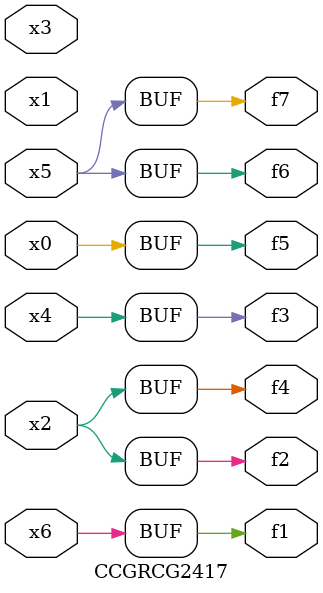
<source format=v>
module CCGRCG2417(
	input x0, x1, x2, x3, x4, x5, x6,
	output f1, f2, f3, f4, f5, f6, f7
);
	assign f1 = x6;
	assign f2 = x2;
	assign f3 = x4;
	assign f4 = x2;
	assign f5 = x0;
	assign f6 = x5;
	assign f7 = x5;
endmodule

</source>
